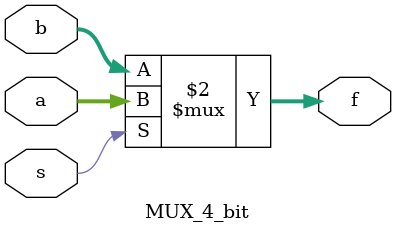
<source format=sv>
`timescale 1ns / 1ps


module MUX_4_bit(input [3:0] a, input [3:0] b,input s, output [3:0] f);

assign f = (s == 1)?a:b;

endmodule

</source>
